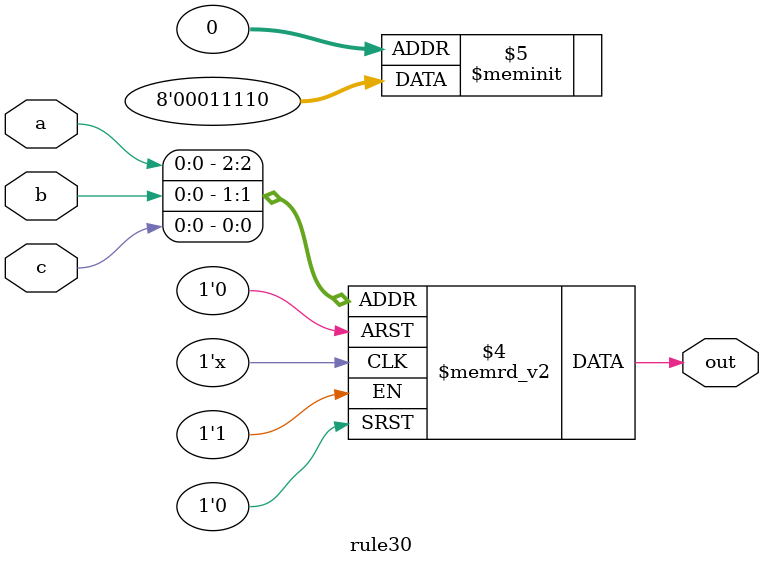
<source format=v>
/*
 * Rule30 circuit
 */
module rule30(
	      a,
	      b,
	      c,
	      out
	      );

   input a;
   input b;
   input c;

   output out;
   
   always@(a,b,c)
     begin
	case({a,b,c})
	  3'b000: out = 1'b0;
	  3'b001: out = 1'b1;
          3'b010: out = 1'b1;
          3'b011: out = 1'b1;
          3'b100: out = 1'b1;
          3'b101: out = 1'b0;
          3'b110: out = 1'b0;
          3'b111: out = 1'b0;
          default: out = 1'b0;
	endcase // case ({a,b,c})
     end // always@ (a,b,c)
endmodule // rule30

</source>
